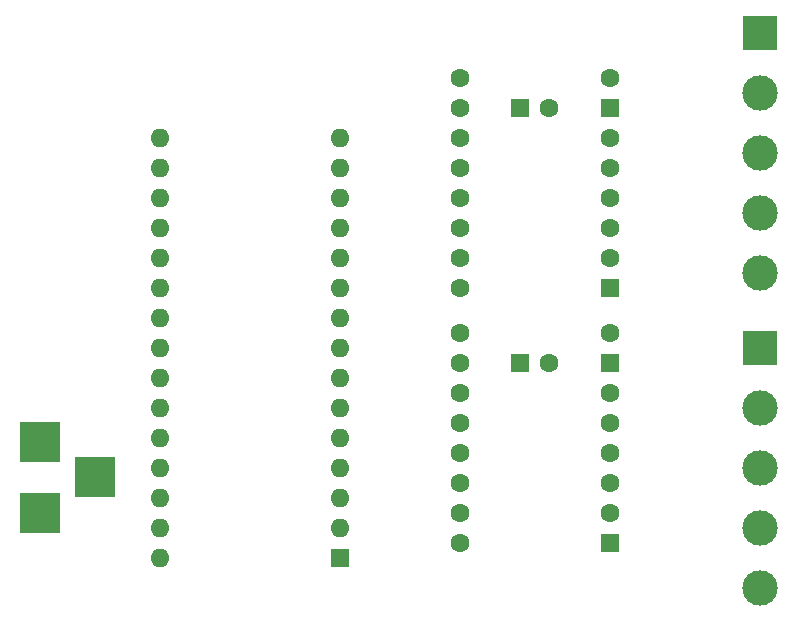
<source format=gbr>
G04 #@! TF.FileFunction,Copper,L1,Top,Signal*
%FSLAX46Y46*%
G04 Gerber Fmt 4.6, Leading zero omitted, Abs format (unit mm)*
G04 Created by KiCad (PCBNEW 4.0.7) date 07/19/18 10:14:45*
%MOMM*%
%LPD*%
G01*
G04 APERTURE LIST*
%ADD10C,0.100000*%
%ADD11R,3.500000X3.500000*%
%ADD12C,1.600000*%
%ADD13R,1.600000X1.600000*%
%ADD14C,3.000000*%
%ADD15R,3.000000X3.000000*%
%ADD16O,1.600000X1.600000*%
G04 APERTURE END LIST*
D10*
D11*
X19050000Y-51150000D03*
X19050000Y-57150000D03*
X23750000Y-54150000D03*
D12*
X54610000Y-20320000D03*
X54610000Y-22860000D03*
X54610000Y-25400000D03*
X54610000Y-27940000D03*
X54610000Y-30480000D03*
X54610000Y-33020000D03*
X54610000Y-35560000D03*
X54610000Y-38100000D03*
D13*
X67310000Y-38100000D03*
D12*
X67310000Y-35560000D03*
X67310000Y-33020000D03*
X67310000Y-30480000D03*
X67310000Y-27940000D03*
X67310000Y-25400000D03*
D13*
X67310000Y-22860000D03*
D12*
X67310000Y-20320000D03*
D13*
X59690000Y-44450000D03*
D12*
X62190000Y-44450000D03*
D13*
X59690000Y-22860000D03*
D12*
X62190000Y-22860000D03*
D14*
X80010000Y-21590000D03*
X80010000Y-26670000D03*
D15*
X80010000Y-16510000D03*
D14*
X80010000Y-31750000D03*
X80010000Y-36830000D03*
X80010000Y-48260000D03*
X80010000Y-53340000D03*
D15*
X80010000Y-43180000D03*
D14*
X80010000Y-58420000D03*
X80010000Y-63500000D03*
D13*
X44450000Y-60960000D03*
D16*
X29210000Y-27940000D03*
X44450000Y-58420000D03*
X29210000Y-30480000D03*
X44450000Y-55880000D03*
X29210000Y-33020000D03*
X44450000Y-53340000D03*
X29210000Y-35560000D03*
X44450000Y-50800000D03*
X29210000Y-38100000D03*
X44450000Y-48260000D03*
X29210000Y-40640000D03*
X44450000Y-45720000D03*
X29210000Y-43180000D03*
X44450000Y-43180000D03*
X29210000Y-45720000D03*
X44450000Y-40640000D03*
X29210000Y-48260000D03*
X44450000Y-38100000D03*
X29210000Y-50800000D03*
X44450000Y-35560000D03*
X29210000Y-53340000D03*
X44450000Y-33020000D03*
X29210000Y-55880000D03*
X44450000Y-30480000D03*
X29210000Y-58420000D03*
X44450000Y-27940000D03*
X29210000Y-60960000D03*
X44450000Y-25400000D03*
X29210000Y-25400000D03*
D12*
X54610000Y-41910000D03*
X54610000Y-44450000D03*
X54610000Y-46990000D03*
X54610000Y-49530000D03*
X54610000Y-52070000D03*
X54610000Y-54610000D03*
X54610000Y-57150000D03*
X54610000Y-59690000D03*
D13*
X67310000Y-59690000D03*
D12*
X67310000Y-57150000D03*
X67310000Y-54610000D03*
X67310000Y-52070000D03*
X67310000Y-49530000D03*
X67310000Y-46990000D03*
D13*
X67310000Y-44450000D03*
D12*
X67310000Y-41910000D03*
M02*

</source>
